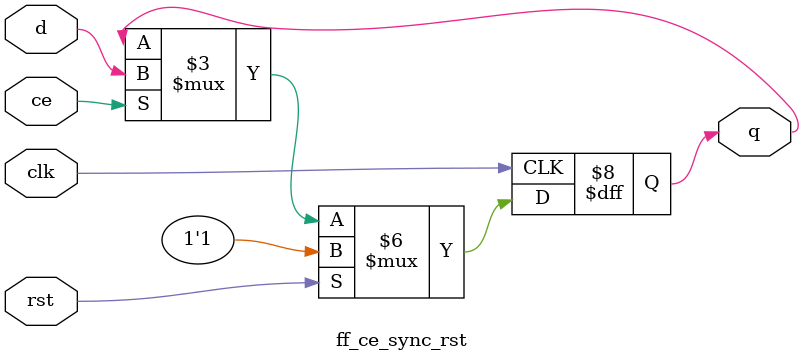
<source format=v>
module ff_ce_sync_rst (clk,ce,rst,d,q);
                                                           
parameter INIT_VALUE = 1;

input clk,ce,rst;
input d;
output reg q = INIT_VALUE;

always @(posedge clk) begin
	if (rst) begin
		q <= INIT_VALUE;
	end else if (ce) begin
		q <= d;
	end
end
        
endmodule

</source>
